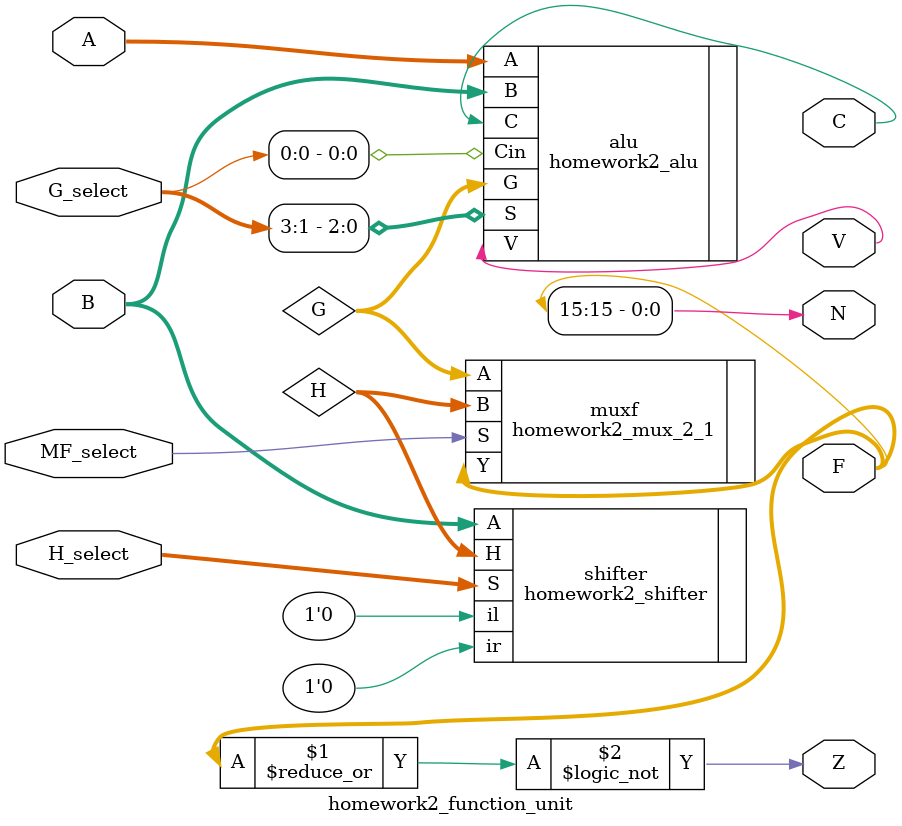
<source format=v>
`timescale 1ns / 1ps
module homework2_function_unit (
    input      [15:0] A,
    input      [15:0] B, 
    input      [3:0] G_select,  // ALU ops select/cin {S[2:0],Cin}
    input      [1:0] H_select,  // Shifter ops select {S[2:0]}
    input      MF_select,       // select for MUX F 
    output     C,               // carry flag
    output     N,               // negative flag
    output     V,               // overflow flag
    output     Z,               // zero flag
    output     [15:0] F
    );
    
    wire [15:0] G; // output register for ALU
    wire [15:0] H; // output register for Shifter
    
    homework2_alu alu(
        .A(A),
        .B(B),
        .S(G_select[3:1]),
        .Cin(G_select[0]),
        .C(C),
        .V(V),
        .G(G)    
    );
    
    homework2_shifter shifter(
        .A(B),
        .S(H_select),
        .ir(1'b0),
        .il(1'b0),
        .H(H)
    );
    
    homework2_mux_2_1 muxf(
        .A(G),
        .B(H),
        .S(MF_select),
        .Y(F)
    );
    
    assign Z = ~| F;         // Z detect
    assign N = (F[15] == 1); // N detect if MSB was 1
    
endmodule // homework2_function_unit




















</source>
